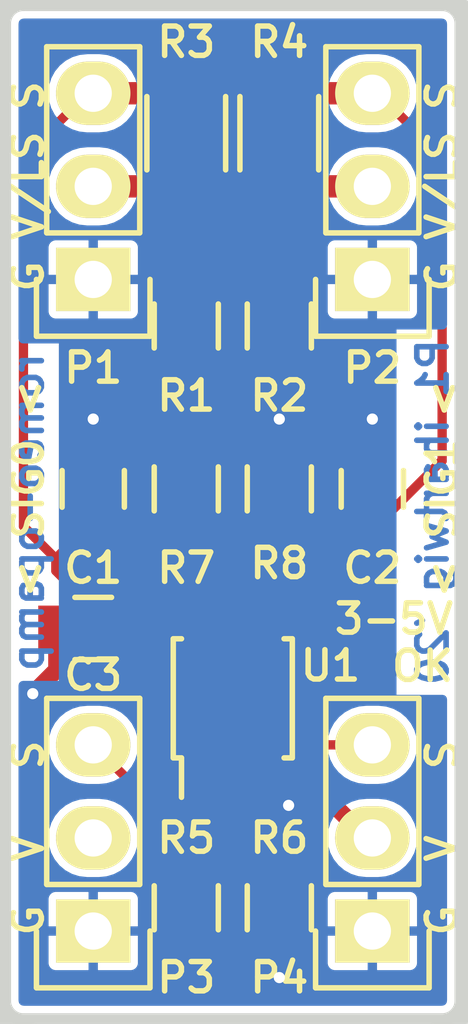
<source format=kicad_pcb>
(kicad_pcb (version 4) (host pcbnew 4.0.2-stable)

  (general
    (links 32)
    (no_connects 1)
    (area 141.943199 93.683199 155.236801 122.216801)
    (thickness 1.6)
    (drawings 25)
    (tracks 88)
    (zones 0)
    (modules 16)
    (nets 11)
  )

  (page A4)
  (title_block
    (title romeo-opamp)
    (date 2020-04-10)
    (rev P1)
    (comment 1 "Ian Hartwig")
  )

  (layers
    (0 F.Cu signal)
    (31 B.Cu signal)
    (32 B.Adhes user)
    (33 F.Adhes user)
    (34 B.Paste user)
    (35 F.Paste user)
    (36 B.SilkS user)
    (37 F.SilkS user)
    (38 B.Mask user)
    (39 F.Mask user)
    (40 Dwgs.User user)
    (41 Cmts.User user)
    (42 Eco1.User user hide)
    (43 Eco2.User user)
    (44 Edge.Cuts user hide)
    (45 Margin user)
    (46 B.CrtYd user hide)
    (47 F.CrtYd user)
    (48 B.Fab user)
    (49 F.Fab user hide)
  )

  (setup
    (last_trace_width 0.254)
    (user_trace_width 0.2032)
    (user_trace_width 0.254)
    (user_trace_width 0.3048)
    (user_trace_width 0.4572)
    (user_trace_width 0.6096)
    (trace_clearance 0.1524)
    (zone_clearance 0.2032)
    (zone_45_only no)
    (trace_min 0.2032)
    (segment_width 0.01)
    (edge_width 0.5936)
    (via_size 0.6096)
    (via_drill 0.3048)
    (via_min_size 0.6096)
    (via_min_drill 0.3048)
    (uvia_size 0.3)
    (uvia_drill 0.1)
    (uvias_allowed no)
    (uvia_min_size 0.2)
    (uvia_min_drill 0.1)
    (pcb_text_width 0.3)
    (pcb_text_size 1.5 1.5)
    (mod_edge_width 0.15)
    (mod_text_size 0.8 0.8)
    (mod_text_width 0.15)
    (pad_size 1.524 1.524)
    (pad_drill 0.762)
    (pad_to_mask_clearance 0.051)
    (solder_mask_min_width 0.077)
    (aux_axis_origin 142.24 121.92)
    (visible_elements FFFFFF7F)
    (pcbplotparams
      (layerselection 0x308fc_80000001)
      (usegerberextensions false)
      (excludeedgelayer true)
      (linewidth 0.100000)
      (plotframeref false)
      (viasonmask false)
      (mode 1)
      (useauxorigin true)
      (hpglpennumber 1)
      (hpglpenspeed 20)
      (hpglpendiameter 15)
      (hpglpenoverlay 2)
      (psnegative false)
      (psa4output false)
      (plotreference true)
      (plotvalue true)
      (plotinvisibletext false)
      (padsonsilk false)
      (subtractmaskfromsilk false)
      (outputformat 1)
      (mirror false)
      (drillshape 0)
      (scaleselection 1)
      (outputdirectory gerber))
  )

  (net 0 "")
  (net 1 /SIG0_PWR)
  (net 2 GND)
  (net 3 /SIG1_PWR)
  (net 4 /SIG0_IN)
  (net 5 /SIG1_IN)
  (net 6 +5V)
  (net 7 /SIG0_OUT)
  (net 8 /SIG1_OUT)
  (net 9 /SIG0_FB)
  (net 10 /SIG1_FB)

  (net_class Default "This is the default net class."
    (clearance 0.1524)
    (trace_width 0.254)
    (via_dia 0.6096)
    (via_drill 0.3048)
    (uvia_dia 0.3)
    (uvia_drill 0.1)
    (add_net +5V)
    (add_net /SIG0_FB)
    (add_net /SIG0_IN)
    (add_net /SIG0_OUT)
    (add_net /SIG0_PWR)
    (add_net /SIG1_FB)
    (add_net /SIG1_IN)
    (add_net /SIG1_OUT)
    (add_net /SIG1_PWR)
    (add_net GND)
  )

  (module Capacitors_SMD:C_0805 (layer F.Cu) (tedit 5415D6EA) (tstamp 5E90FAEF)
    (at 144.78 107.315 90)
    (descr "Capacitor SMD 0805, reflow soldering, AVX (see smccp.pdf)")
    (tags "capacitor 0805")
    (path /5E90EE99)
    (attr smd)
    (fp_text reference C1 (at -2.159 0 180) (layer F.SilkS)
      (effects (font (size 0.8 0.8) (thickness 0.15)))
    )
    (fp_text value dnp (at 0 2.1 90) (layer F.Fab)
      (effects (font (size 1 1) (thickness 0.15)))
    )
    (fp_line (start -1.8 -1) (end 1.8 -1) (layer F.CrtYd) (width 0.05))
    (fp_line (start -1.8 1) (end 1.8 1) (layer F.CrtYd) (width 0.05))
    (fp_line (start -1.8 -1) (end -1.8 1) (layer F.CrtYd) (width 0.05))
    (fp_line (start 1.8 -1) (end 1.8 1) (layer F.CrtYd) (width 0.05))
    (fp_line (start 0.5 -0.85) (end -0.5 -0.85) (layer F.SilkS) (width 0.15))
    (fp_line (start -0.5 0.85) (end 0.5 0.85) (layer F.SilkS) (width 0.15))
    (pad 1 smd rect (at -1 0 90) (size 1 1.25) (layers F.Cu F.Paste F.Mask)
      (net 4 /SIG0_IN))
    (pad 2 smd rect (at 1 0 90) (size 1 1.25) (layers F.Cu F.Paste F.Mask)
      (net 2 GND))
    (model Capacitors_SMD.3dshapes/C_0805.wrl
      (at (xyz 0 0 0))
      (scale (xyz 1 1 1))
      (rotate (xyz 0 0 0))
    )
  )

  (module Capacitors_SMD:C_0805 (layer F.Cu) (tedit 5415D6EA) (tstamp 5E90FAFB)
    (at 152.4 107.315 90)
    (descr "Capacitor SMD 0805, reflow soldering, AVX (see smccp.pdf)")
    (tags "capacitor 0805")
    (path /5E90FB2D)
    (attr smd)
    (fp_text reference C2 (at -2.159 0 180) (layer F.SilkS)
      (effects (font (size 0.8 0.8) (thickness 0.15)))
    )
    (fp_text value dnp (at 0 2.1 90) (layer F.Fab)
      (effects (font (size 1 1) (thickness 0.15)))
    )
    (fp_line (start -1.8 -1) (end 1.8 -1) (layer F.CrtYd) (width 0.05))
    (fp_line (start -1.8 1) (end 1.8 1) (layer F.CrtYd) (width 0.05))
    (fp_line (start -1.8 -1) (end -1.8 1) (layer F.CrtYd) (width 0.05))
    (fp_line (start 1.8 -1) (end 1.8 1) (layer F.CrtYd) (width 0.05))
    (fp_line (start 0.5 -0.85) (end -0.5 -0.85) (layer F.SilkS) (width 0.15))
    (fp_line (start -0.5 0.85) (end 0.5 0.85) (layer F.SilkS) (width 0.15))
    (pad 1 smd rect (at -1 0 90) (size 1 1.25) (layers F.Cu F.Paste F.Mask)
      (net 5 /SIG1_IN))
    (pad 2 smd rect (at 1 0 90) (size 1 1.25) (layers F.Cu F.Paste F.Mask)
      (net 2 GND))
    (model Capacitors_SMD.3dshapes/C_0805.wrl
      (at (xyz 0 0 0))
      (scale (xyz 1 1 1))
      (rotate (xyz 0 0 0))
    )
  )

  (module Pin_Headers:Pin_Header_Straight_1x03 (layer F.Cu) (tedit 0) (tstamp 5E90FB0D)
    (at 144.78 101.6 180)
    (descr "Through hole pin header")
    (tags "pin header")
    (path /5E90E25B)
    (fp_text reference P1 (at 0 -2.413 180) (layer F.SilkS)
      (effects (font (size 0.8 0.8) (thickness 0.15)))
    )
    (fp_text value CONN_01X03 (at 0 -3.1 180) (layer F.Fab)
      (effects (font (size 1 1) (thickness 0.15)))
    )
    (fp_line (start -1.75 -1.75) (end -1.75 6.85) (layer F.CrtYd) (width 0.05))
    (fp_line (start 1.75 -1.75) (end 1.75 6.85) (layer F.CrtYd) (width 0.05))
    (fp_line (start -1.75 -1.75) (end 1.75 -1.75) (layer F.CrtYd) (width 0.05))
    (fp_line (start -1.75 6.85) (end 1.75 6.85) (layer F.CrtYd) (width 0.05))
    (fp_line (start -1.27 1.27) (end -1.27 6.35) (layer F.SilkS) (width 0.15))
    (fp_line (start -1.27 6.35) (end 1.27 6.35) (layer F.SilkS) (width 0.15))
    (fp_line (start 1.27 6.35) (end 1.27 1.27) (layer F.SilkS) (width 0.15))
    (fp_line (start 1.55 -1.55) (end 1.55 0) (layer F.SilkS) (width 0.15))
    (fp_line (start 1.27 1.27) (end -1.27 1.27) (layer F.SilkS) (width 0.15))
    (fp_line (start -1.55 0) (end -1.55 -1.55) (layer F.SilkS) (width 0.15))
    (fp_line (start -1.55 -1.55) (end 1.55 -1.55) (layer F.SilkS) (width 0.15))
    (pad 1 thru_hole rect (at 0 0 180) (size 2.032 1.7272) (drill 1.016) (layers *.Cu *.Mask F.SilkS)
      (net 2 GND))
    (pad 2 thru_hole oval (at 0 2.54 180) (size 2.032 1.7272) (drill 1.016) (layers *.Cu *.Mask F.SilkS)
      (net 1 /SIG0_PWR))
    (pad 3 thru_hole oval (at 0 5.08 180) (size 2.032 1.7272) (drill 1.016) (layers *.Cu *.Mask F.SilkS)
      (net 4 /SIG0_IN))
    (model Pin_Headers.3dshapes/Pin_Header_Straight_1x03.wrl
      (at (xyz 0 -0.1 0))
      (scale (xyz 1 1 1))
      (rotate (xyz 0 0 90))
    )
  )

  (module Pin_Headers:Pin_Header_Straight_1x03 (layer F.Cu) (tedit 0) (tstamp 5E90FB1F)
    (at 152.4 101.6 180)
    (descr "Through hole pin header")
    (tags "pin header")
    (path /5E90E296)
    (fp_text reference P2 (at 0 -2.413 180) (layer F.SilkS)
      (effects (font (size 0.8 0.8) (thickness 0.15)))
    )
    (fp_text value CONN_01X03 (at 0 -3.1 180) (layer F.Fab)
      (effects (font (size 1 1) (thickness 0.15)))
    )
    (fp_line (start -1.75 -1.75) (end -1.75 6.85) (layer F.CrtYd) (width 0.05))
    (fp_line (start 1.75 -1.75) (end 1.75 6.85) (layer F.CrtYd) (width 0.05))
    (fp_line (start -1.75 -1.75) (end 1.75 -1.75) (layer F.CrtYd) (width 0.05))
    (fp_line (start -1.75 6.85) (end 1.75 6.85) (layer F.CrtYd) (width 0.05))
    (fp_line (start -1.27 1.27) (end -1.27 6.35) (layer F.SilkS) (width 0.15))
    (fp_line (start -1.27 6.35) (end 1.27 6.35) (layer F.SilkS) (width 0.15))
    (fp_line (start 1.27 6.35) (end 1.27 1.27) (layer F.SilkS) (width 0.15))
    (fp_line (start 1.55 -1.55) (end 1.55 0) (layer F.SilkS) (width 0.15))
    (fp_line (start 1.27 1.27) (end -1.27 1.27) (layer F.SilkS) (width 0.15))
    (fp_line (start -1.55 0) (end -1.55 -1.55) (layer F.SilkS) (width 0.15))
    (fp_line (start -1.55 -1.55) (end 1.55 -1.55) (layer F.SilkS) (width 0.15))
    (pad 1 thru_hole rect (at 0 0 180) (size 2.032 1.7272) (drill 1.016) (layers *.Cu *.Mask F.SilkS)
      (net 2 GND))
    (pad 2 thru_hole oval (at 0 2.54 180) (size 2.032 1.7272) (drill 1.016) (layers *.Cu *.Mask F.SilkS)
      (net 3 /SIG1_PWR))
    (pad 3 thru_hole oval (at 0 5.08 180) (size 2.032 1.7272) (drill 1.016) (layers *.Cu *.Mask F.SilkS)
      (net 5 /SIG1_IN))
    (model Pin_Headers.3dshapes/Pin_Header_Straight_1x03.wrl
      (at (xyz 0 -0.1 0))
      (scale (xyz 1 1 1))
      (rotate (xyz 0 0 90))
    )
  )

  (module Pin_Headers:Pin_Header_Straight_1x03 (layer F.Cu) (tedit 5E91054D) (tstamp 5E90FB31)
    (at 144.78 119.38 180)
    (descr "Through hole pin header")
    (tags "pin header")
    (path /5E90E2B7)
    (fp_text reference P3 (at -2.54 -1.27 180) (layer F.SilkS)
      (effects (font (size 0.8 0.8) (thickness 0.15)))
    )
    (fp_text value CONN_01X03 (at 0 -3.1 180) (layer F.Fab)
      (effects (font (size 1 1) (thickness 0.15)))
    )
    (fp_line (start -1.75 -1.75) (end -1.75 6.85) (layer F.CrtYd) (width 0.05))
    (fp_line (start 1.75 -1.75) (end 1.75 6.85) (layer F.CrtYd) (width 0.05))
    (fp_line (start -1.75 -1.75) (end 1.75 -1.75) (layer F.CrtYd) (width 0.05))
    (fp_line (start -1.75 6.85) (end 1.75 6.85) (layer F.CrtYd) (width 0.05))
    (fp_line (start -1.27 1.27) (end -1.27 6.35) (layer F.SilkS) (width 0.15))
    (fp_line (start -1.27 6.35) (end 1.27 6.35) (layer F.SilkS) (width 0.15))
    (fp_line (start 1.27 6.35) (end 1.27 1.27) (layer F.SilkS) (width 0.15))
    (fp_line (start 1.55 -1.55) (end 1.55 0) (layer F.SilkS) (width 0.15))
    (fp_line (start 1.27 1.27) (end -1.27 1.27) (layer F.SilkS) (width 0.15))
    (fp_line (start -1.55 0) (end -1.55 -1.55) (layer F.SilkS) (width 0.15))
    (fp_line (start -1.55 -1.55) (end 1.55 -1.55) (layer F.SilkS) (width 0.15))
    (pad 1 thru_hole rect (at 0 0 180) (size 2.032 1.7272) (drill 1.016) (layers *.Cu *.Mask F.SilkS)
      (net 2 GND))
    (pad 2 thru_hole oval (at 0 2.54 180) (size 2.032 1.7272) (drill 1.016) (layers *.Cu *.Mask F.SilkS)
      (net 6 +5V))
    (pad 3 thru_hole oval (at 0 5.08 180) (size 2.032 1.7272) (drill 1.016) (layers *.Cu *.Mask F.SilkS)
      (net 7 /SIG0_OUT))
    (model Pin_Headers.3dshapes/Pin_Header_Straight_1x03.wrl
      (at (xyz 0 -0.1 0))
      (scale (xyz 1 1 1))
      (rotate (xyz 0 0 90))
    )
  )

  (module Pin_Headers:Pin_Header_Straight_1x03 (layer F.Cu) (tedit 0) (tstamp 5E90FB43)
    (at 152.4 119.38 180)
    (descr "Through hole pin header")
    (tags "pin header")
    (path /5E90E2EB)
    (fp_text reference P4 (at 2.54 -1.27 180) (layer F.SilkS)
      (effects (font (size 0.8 0.8) (thickness 0.15)))
    )
    (fp_text value CONN_01X03 (at 0 -3.1 180) (layer F.Fab)
      (effects (font (size 1 1) (thickness 0.15)))
    )
    (fp_line (start -1.75 -1.75) (end -1.75 6.85) (layer F.CrtYd) (width 0.05))
    (fp_line (start 1.75 -1.75) (end 1.75 6.85) (layer F.CrtYd) (width 0.05))
    (fp_line (start -1.75 -1.75) (end 1.75 -1.75) (layer F.CrtYd) (width 0.05))
    (fp_line (start -1.75 6.85) (end 1.75 6.85) (layer F.CrtYd) (width 0.05))
    (fp_line (start -1.27 1.27) (end -1.27 6.35) (layer F.SilkS) (width 0.15))
    (fp_line (start -1.27 6.35) (end 1.27 6.35) (layer F.SilkS) (width 0.15))
    (fp_line (start 1.27 6.35) (end 1.27 1.27) (layer F.SilkS) (width 0.15))
    (fp_line (start 1.55 -1.55) (end 1.55 0) (layer F.SilkS) (width 0.15))
    (fp_line (start 1.27 1.27) (end -1.27 1.27) (layer F.SilkS) (width 0.15))
    (fp_line (start -1.55 0) (end -1.55 -1.55) (layer F.SilkS) (width 0.15))
    (fp_line (start -1.55 -1.55) (end 1.55 -1.55) (layer F.SilkS) (width 0.15))
    (pad 1 thru_hole rect (at 0 0 180) (size 2.032 1.7272) (drill 1.016) (layers *.Cu *.Mask F.SilkS)
      (net 2 GND))
    (pad 2 thru_hole oval (at 0 2.54 180) (size 2.032 1.7272) (drill 1.016) (layers *.Cu *.Mask F.SilkS)
      (net 6 +5V))
    (pad 3 thru_hole oval (at 0 5.08 180) (size 2.032 1.7272) (drill 1.016) (layers *.Cu *.Mask F.SilkS)
      (net 8 /SIG1_OUT))
    (model Pin_Headers.3dshapes/Pin_Header_Straight_1x03.wrl
      (at (xyz 0 -0.1 0))
      (scale (xyz 1 1 1))
      (rotate (xyz 0 0 90))
    )
  )

  (module Resistors_SMD:R_0805 (layer F.Cu) (tedit 5415CDEB) (tstamp 5E90FB4F)
    (at 147.32 102.87 90)
    (descr "Resistor SMD 0805, reflow soldering, Vishay (see dcrcw.pdf)")
    (tags "resistor 0805")
    (path /5E90EF21)
    (attr smd)
    (fp_text reference R1 (at -1.905 0 180) (layer F.SilkS)
      (effects (font (size 0.8 0.8) (thickness 0.15)))
    )
    (fp_text value dnp_0 (at 0 2.1 90) (layer F.Fab)
      (effects (font (size 1 1) (thickness 0.15)))
    )
    (fp_line (start -1.6 -1) (end 1.6 -1) (layer F.CrtYd) (width 0.05))
    (fp_line (start -1.6 1) (end 1.6 1) (layer F.CrtYd) (width 0.05))
    (fp_line (start -1.6 -1) (end -1.6 1) (layer F.CrtYd) (width 0.05))
    (fp_line (start 1.6 -1) (end 1.6 1) (layer F.CrtYd) (width 0.05))
    (fp_line (start 0.6 0.875) (end -0.6 0.875) (layer F.SilkS) (width 0.15))
    (fp_line (start -0.6 -0.875) (end 0.6 -0.875) (layer F.SilkS) (width 0.15))
    (pad 1 smd rect (at -0.95 0 90) (size 0.7 1.3) (layers F.Cu F.Paste F.Mask)
      (net 6 +5V))
    (pad 2 smd rect (at 0.95 0 90) (size 0.7 1.3) (layers F.Cu F.Paste F.Mask)
      (net 1 /SIG0_PWR))
    (model Resistors_SMD.3dshapes/R_0805.wrl
      (at (xyz 0 0 0))
      (scale (xyz 1 1 1))
      (rotate (xyz 0 0 0))
    )
  )

  (module Resistors_SMD:R_0805 (layer F.Cu) (tedit 5415CDEB) (tstamp 5E90FB5B)
    (at 149.86 102.87 90)
    (descr "Resistor SMD 0805, reflow soldering, Vishay (see dcrcw.pdf)")
    (tags "resistor 0805")
    (path /5E90FB33)
    (attr smd)
    (fp_text reference R2 (at -1.905 0 180) (layer F.SilkS)
      (effects (font (size 0.8 0.8) (thickness 0.15)))
    )
    (fp_text value dnp_0 (at 0 2.1 90) (layer F.Fab)
      (effects (font (size 1 1) (thickness 0.15)))
    )
    (fp_line (start -1.6 -1) (end 1.6 -1) (layer F.CrtYd) (width 0.05))
    (fp_line (start -1.6 1) (end 1.6 1) (layer F.CrtYd) (width 0.05))
    (fp_line (start -1.6 -1) (end -1.6 1) (layer F.CrtYd) (width 0.05))
    (fp_line (start 1.6 -1) (end 1.6 1) (layer F.CrtYd) (width 0.05))
    (fp_line (start 0.6 0.875) (end -0.6 0.875) (layer F.SilkS) (width 0.15))
    (fp_line (start -0.6 -0.875) (end 0.6 -0.875) (layer F.SilkS) (width 0.15))
    (pad 1 smd rect (at -0.95 0 90) (size 0.7 1.3) (layers F.Cu F.Paste F.Mask)
      (net 6 +5V))
    (pad 2 smd rect (at 0.95 0 90) (size 0.7 1.3) (layers F.Cu F.Paste F.Mask)
      (net 3 /SIG1_PWR))
    (model Resistors_SMD.3dshapes/R_0805.wrl
      (at (xyz 0 0 0))
      (scale (xyz 1 1 1))
      (rotate (xyz 0 0 0))
    )
  )

  (module Resistors_SMD:R_1206 (layer F.Cu) (tedit 5415CFA7) (tstamp 5E90FB67)
    (at 147.32 97.61 270)
    (descr "Resistor SMD 1206, reflow soldering, Vishay (see dcrcw.pdf)")
    (tags "resistor 1206")
    (path /5E90E326)
    (attr smd)
    (fp_text reference R3 (at -2.487 0 360) (layer F.SilkS)
      (effects (font (size 0.8 0.8) (thickness 0.15)))
    )
    (fp_text value 0R15 (at 0 2.3 270) (layer F.Fab)
      (effects (font (size 1 1) (thickness 0.15)))
    )
    (fp_line (start -2.2 -1.2) (end 2.2 -1.2) (layer F.CrtYd) (width 0.05))
    (fp_line (start -2.2 1.2) (end 2.2 1.2) (layer F.CrtYd) (width 0.05))
    (fp_line (start -2.2 -1.2) (end -2.2 1.2) (layer F.CrtYd) (width 0.05))
    (fp_line (start 2.2 -1.2) (end 2.2 1.2) (layer F.CrtYd) (width 0.05))
    (fp_line (start 1 1.075) (end -1 1.075) (layer F.SilkS) (width 0.15))
    (fp_line (start -1 -1.075) (end 1 -1.075) (layer F.SilkS) (width 0.15))
    (pad 1 smd rect (at -1.45 0 270) (size 0.9 1.7) (layers F.Cu F.Paste F.Mask)
      (net 4 /SIG0_IN))
    (pad 2 smd rect (at 1.45 0 270) (size 0.9 1.7) (layers F.Cu F.Paste F.Mask)
      (net 1 /SIG0_PWR))
    (model Resistors_SMD.3dshapes/R_1206.wrl
      (at (xyz 0 0 0))
      (scale (xyz 1 1 1))
      (rotate (xyz 0 0 0))
    )
  )

  (module Resistors_SMD:R_1206 (layer F.Cu) (tedit 5415CFA7) (tstamp 5E90FB73)
    (at 149.86 97.61 270)
    (descr "Resistor SMD 1206, reflow soldering, Vishay (see dcrcw.pdf)")
    (tags "resistor 1206")
    (path /5E90FB00)
    (attr smd)
    (fp_text reference R4 (at -2.487 0 360) (layer F.SilkS)
      (effects (font (size 0.8 0.8) (thickness 0.15)))
    )
    (fp_text value 0R15 (at 0 2.3 270) (layer F.Fab)
      (effects (font (size 1 1) (thickness 0.15)))
    )
    (fp_line (start -2.2 -1.2) (end 2.2 -1.2) (layer F.CrtYd) (width 0.05))
    (fp_line (start -2.2 1.2) (end 2.2 1.2) (layer F.CrtYd) (width 0.05))
    (fp_line (start -2.2 -1.2) (end -2.2 1.2) (layer F.CrtYd) (width 0.05))
    (fp_line (start 2.2 -1.2) (end 2.2 1.2) (layer F.CrtYd) (width 0.05))
    (fp_line (start 1 1.075) (end -1 1.075) (layer F.SilkS) (width 0.15))
    (fp_line (start -1 -1.075) (end 1 -1.075) (layer F.SilkS) (width 0.15))
    (pad 1 smd rect (at -1.45 0 270) (size 0.9 1.7) (layers F.Cu F.Paste F.Mask)
      (net 5 /SIG1_IN))
    (pad 2 smd rect (at 1.45 0 270) (size 0.9 1.7) (layers F.Cu F.Paste F.Mask)
      (net 3 /SIG1_PWR))
    (model Resistors_SMD.3dshapes/R_1206.wrl
      (at (xyz 0 0 0))
      (scale (xyz 1 1 1))
      (rotate (xyz 0 0 0))
    )
  )

  (module Resistors_SMD:R_0805 (layer F.Cu) (tedit 5415CDEB) (tstamp 5E90FB7F)
    (at 147.32 118.745 90)
    (descr "Resistor SMD 0805, reflow soldering, Vishay (see dcrcw.pdf)")
    (tags "resistor 0805")
    (path /5E90E9AF)
    (attr smd)
    (fp_text reference R5 (at 1.905 0 180) (layer F.SilkS)
      (effects (font (size 0.8 0.8) (thickness 0.15)))
    )
    (fp_text value 10k (at 0 2.1 90) (layer F.Fab)
      (effects (font (size 1 1) (thickness 0.15)))
    )
    (fp_line (start -1.6 -1) (end 1.6 -1) (layer F.CrtYd) (width 0.05))
    (fp_line (start -1.6 1) (end 1.6 1) (layer F.CrtYd) (width 0.05))
    (fp_line (start -1.6 -1) (end -1.6 1) (layer F.CrtYd) (width 0.05))
    (fp_line (start 1.6 -1) (end 1.6 1) (layer F.CrtYd) (width 0.05))
    (fp_line (start 0.6 0.875) (end -0.6 0.875) (layer F.SilkS) (width 0.15))
    (fp_line (start -0.6 -0.875) (end 0.6 -0.875) (layer F.SilkS) (width 0.15))
    (pad 1 smd rect (at -0.95 0 90) (size 0.7 1.3) (layers F.Cu F.Paste F.Mask)
      (net 7 /SIG0_OUT))
    (pad 2 smd rect (at 0.95 0 90) (size 0.7 1.3) (layers F.Cu F.Paste F.Mask)
      (net 9 /SIG0_FB))
    (model Resistors_SMD.3dshapes/R_0805.wrl
      (at (xyz 0 0 0))
      (scale (xyz 1 1 1))
      (rotate (xyz 0 0 0))
    )
  )

  (module Resistors_SMD:R_0805 (layer F.Cu) (tedit 5415CDEB) (tstamp 5E90FB8B)
    (at 149.86 118.745 270)
    (descr "Resistor SMD 0805, reflow soldering, Vishay (see dcrcw.pdf)")
    (tags "resistor 0805")
    (path /5E90E9F8)
    (attr smd)
    (fp_text reference R6 (at -1.905 0 360) (layer F.SilkS)
      (effects (font (size 0.8 0.8) (thickness 0.15)))
    )
    (fp_text value 1k (at 0 2.1 270) (layer F.Fab)
      (effects (font (size 1 1) (thickness 0.15)))
    )
    (fp_line (start -1.6 -1) (end 1.6 -1) (layer F.CrtYd) (width 0.05))
    (fp_line (start -1.6 1) (end 1.6 1) (layer F.CrtYd) (width 0.05))
    (fp_line (start -1.6 -1) (end -1.6 1) (layer F.CrtYd) (width 0.05))
    (fp_line (start 1.6 -1) (end 1.6 1) (layer F.CrtYd) (width 0.05))
    (fp_line (start 0.6 0.875) (end -0.6 0.875) (layer F.SilkS) (width 0.15))
    (fp_line (start -0.6 -0.875) (end 0.6 -0.875) (layer F.SilkS) (width 0.15))
    (pad 1 smd rect (at -0.95 0 270) (size 0.7 1.3) (layers F.Cu F.Paste F.Mask)
      (net 9 /SIG0_FB))
    (pad 2 smd rect (at 0.95 0 270) (size 0.7 1.3) (layers F.Cu F.Paste F.Mask)
      (net 2 GND))
    (model Resistors_SMD.3dshapes/R_0805.wrl
      (at (xyz 0 0 0))
      (scale (xyz 1 1 1))
      (rotate (xyz 0 0 0))
    )
  )

  (module Resistors_SMD:R_0805 (layer F.Cu) (tedit 5415CDEB) (tstamp 5E90FB97)
    (at 147.32 107.315 270)
    (descr "Resistor SMD 0805, reflow soldering, Vishay (see dcrcw.pdf)")
    (tags "resistor 0805")
    (path /5E90FB06)
    (attr smd)
    (fp_text reference R7 (at 2.159 0 360) (layer F.SilkS)
      (effects (font (size 0.8 0.8) (thickness 0.15)))
    )
    (fp_text value 10k (at 0 2.1 270) (layer F.Fab)
      (effects (font (size 1 1) (thickness 0.15)))
    )
    (fp_line (start -1.6 -1) (end 1.6 -1) (layer F.CrtYd) (width 0.05))
    (fp_line (start -1.6 1) (end 1.6 1) (layer F.CrtYd) (width 0.05))
    (fp_line (start -1.6 -1) (end -1.6 1) (layer F.CrtYd) (width 0.05))
    (fp_line (start 1.6 -1) (end 1.6 1) (layer F.CrtYd) (width 0.05))
    (fp_line (start 0.6 0.875) (end -0.6 0.875) (layer F.SilkS) (width 0.15))
    (fp_line (start -0.6 -0.875) (end 0.6 -0.875) (layer F.SilkS) (width 0.15))
    (pad 1 smd rect (at -0.95 0 270) (size 0.7 1.3) (layers F.Cu F.Paste F.Mask)
      (net 8 /SIG1_OUT))
    (pad 2 smd rect (at 0.95 0 270) (size 0.7 1.3) (layers F.Cu F.Paste F.Mask)
      (net 10 /SIG1_FB))
    (model Resistors_SMD.3dshapes/R_0805.wrl
      (at (xyz 0 0 0))
      (scale (xyz 1 1 1))
      (rotate (xyz 0 0 0))
    )
  )

  (module Resistors_SMD:R_0805 (layer F.Cu) (tedit 5415CDEB) (tstamp 5E90FBA3)
    (at 149.86 107.315 90)
    (descr "Resistor SMD 0805, reflow soldering, Vishay (see dcrcw.pdf)")
    (tags "resistor 0805")
    (path /5E90FB0C)
    (attr smd)
    (fp_text reference R8 (at -2.032 0 180) (layer F.SilkS)
      (effects (font (size 0.8 0.8) (thickness 0.15)))
    )
    (fp_text value 1k (at 0 2.1 90) (layer F.Fab)
      (effects (font (size 1 1) (thickness 0.15)))
    )
    (fp_line (start -1.6 -1) (end 1.6 -1) (layer F.CrtYd) (width 0.05))
    (fp_line (start -1.6 1) (end 1.6 1) (layer F.CrtYd) (width 0.05))
    (fp_line (start -1.6 -1) (end -1.6 1) (layer F.CrtYd) (width 0.05))
    (fp_line (start 1.6 -1) (end 1.6 1) (layer F.CrtYd) (width 0.05))
    (fp_line (start 0.6 0.875) (end -0.6 0.875) (layer F.SilkS) (width 0.15))
    (fp_line (start -0.6 -0.875) (end 0.6 -0.875) (layer F.SilkS) (width 0.15))
    (pad 1 smd rect (at -0.95 0 90) (size 0.7 1.3) (layers F.Cu F.Paste F.Mask)
      (net 10 /SIG1_FB))
    (pad 2 smd rect (at 0.95 0 90) (size 0.7 1.3) (layers F.Cu F.Paste F.Mask)
      (net 2 GND))
    (model Resistors_SMD.3dshapes/R_0805.wrl
      (at (xyz 0 0 0))
      (scale (xyz 1 1 1))
      (rotate (xyz 0 0 0))
    )
  )

  (module Housings_SSOP:TSSOP-8_3x3mm_Pitch0.65mm (layer F.Cu) (tedit 5E912D44) (tstamp 5E90FBBA)
    (at 148.59 113.03 90)
    (descr "TSSOP8: plastic thin shrink small outline package; 8 leads; body width 3 mm; (see NXP SSOP-TSSOP-VSO-REFLOW.pdf and sot505-1_po.pdf)")
    (tags "SSOP 0.65")
    (path /5E90E657)
    (attr smd)
    (fp_text reference U1 (at 0.889 2.667 180) (layer F.SilkS)
      (effects (font (size 0.8 0.8) (thickness 0.15)))
    )
    (fp_text value LMV358-N (at 0 2.55 90) (layer F.Fab)
      (effects (font (size 1 1) (thickness 0.15)))
    )
    (fp_line (start -2.95 -1.8) (end -2.95 1.8) (layer F.CrtYd) (width 0.05))
    (fp_line (start 2.95 -1.8) (end 2.95 1.8) (layer F.CrtYd) (width 0.05))
    (fp_line (start -2.95 -1.8) (end 2.95 -1.8) (layer F.CrtYd) (width 0.05))
    (fp_line (start -2.95 1.8) (end 2.95 1.8) (layer F.CrtYd) (width 0.05))
    (fp_line (start -1.625 -1.625) (end -1.625 -1.4) (layer F.SilkS) (width 0.15))
    (fp_line (start 1.625 -1.625) (end 1.625 -1.4) (layer F.SilkS) (width 0.15))
    (fp_line (start 1.625 1.625) (end 1.625 1.4) (layer F.SilkS) (width 0.15))
    (fp_line (start -1.625 1.625) (end -1.625 1.4) (layer F.SilkS) (width 0.15))
    (fp_line (start -1.625 -1.625) (end 1.625 -1.625) (layer F.SilkS) (width 0.15))
    (fp_line (start -1.625 1.625) (end 1.625 1.625) (layer F.SilkS) (width 0.15))
    (fp_line (start -1.625 -1.4) (end -2.7 -1.4) (layer F.SilkS) (width 0.15))
    (pad 1 smd rect (at -2.15 -0.975 90) (size 1.1 0.4) (layers F.Cu F.Paste F.Mask)
      (net 7 /SIG0_OUT))
    (pad 2 smd rect (at -2.15 -0.325 90) (size 1.1 0.4) (layers F.Cu F.Paste F.Mask)
      (net 9 /SIG0_FB))
    (pad 3 smd rect (at -2.15 0.325 90) (size 1.1 0.4) (layers F.Cu F.Paste F.Mask)
      (net 4 /SIG0_IN))
    (pad 4 smd rect (at -2.15 0.975 90) (size 1.1 0.4) (layers F.Cu F.Paste F.Mask)
      (net 2 GND))
    (pad 5 smd rect (at 2.15 0.975 90) (size 1.1 0.4) (layers F.Cu F.Paste F.Mask)
      (net 5 /SIG1_IN))
    (pad 6 smd rect (at 2.15 0.325 90) (size 1.1 0.4) (layers F.Cu F.Paste F.Mask)
      (net 10 /SIG1_FB))
    (pad 7 smd rect (at 2.15 -0.325 90) (size 1.1 0.4) (layers F.Cu F.Paste F.Mask)
      (net 8 /SIG1_OUT))
    (pad 8 smd rect (at 2.15 -0.975 90) (size 1.1 0.4) (layers F.Cu F.Paste F.Mask)
      (net 6 +5V))
    (model Housings_SSOP.3dshapes/TSSOP-8_3x3mm_Pitch0.65mm.wrl
      (at (xyz 0 0 0))
      (scale (xyz 1 1 1))
      (rotate (xyz 0 0 0))
    )
  )

  (module Capacitors_SMD:C_0805 (layer F.Cu) (tedit 5E91286C) (tstamp 5E916824)
    (at 144.78 111.125 180)
    (descr "Capacitor SMD 0805, reflow soldering, AVX (see smccp.pdf)")
    (tags "capacitor 0805")
    (path /5E9125BE)
    (attr smd)
    (fp_text reference C3 (at 0 -1.27 180) (layer F.SilkS)
      (effects (font (size 0.8 0.8) (thickness 0.15)))
    )
    (fp_text value 0.1uF (at 0 2.1 180) (layer F.Fab)
      (effects (font (size 1 1) (thickness 0.15)))
    )
    (fp_line (start -1.8 -1) (end 1.8 -1) (layer F.CrtYd) (width 0.05))
    (fp_line (start -1.8 1) (end 1.8 1) (layer F.CrtYd) (width 0.05))
    (fp_line (start -1.8 -1) (end -1.8 1) (layer F.CrtYd) (width 0.05))
    (fp_line (start 1.8 -1) (end 1.8 1) (layer F.CrtYd) (width 0.05))
    (fp_line (start 0.5 -0.85) (end -0.5 -0.85) (layer F.SilkS) (width 0.15))
    (fp_line (start -0.5 0.85) (end 0.5 0.85) (layer F.SilkS) (width 0.15))
    (pad 1 smd rect (at -1 0 180) (size 1 1.25) (layers F.Cu F.Paste F.Mask)
      (net 6 +5V))
    (pad 2 smd rect (at 1 0 180) (size 1 1.25) (layers F.Cu F.Paste F.Mask)
      (net 2 GND))
    (model Capacitors_SMD.3dshapes/C_0805.wrl
      (at (xyz 0 0 0))
      (scale (xyz 1 1 1))
      (rotate (xyz 0 0 0))
    )
  )

  (gr_arc (start 154.305 121.285) (end 154.94 121.285) (angle 90) (layer Edge.Cuts) (width 0.5936))
  (gr_arc (start 142.875 121.285) (end 142.875 121.92) (angle 90) (layer Edge.Cuts) (width 0.5936))
  (gr_arc (start 142.875 94.615) (end 142.24 94.615) (angle 90) (layer Edge.Cuts) (width 0.5936))
  (gr_arc (start 154.305 94.615) (end 154.305 93.98) (angle 90) (layer Edge.Cuts) (width 0.5936))
  (gr_arc (start 154.305 121.285) (end 154.94 121.285) (angle 90) (layer Eco2.User) (width 0.01))
  (gr_arc (start 142.875 121.285) (end 142.875 121.92) (angle 90) (layer Eco2.User) (width 0.01))
  (gr_arc (start 154.305 94.615) (end 154.305 93.98) (angle 90) (layer Eco2.User) (width 0.01))
  (gr_arc (start 142.875 94.615) (end 142.24 94.615) (angle 90) (layer Eco2.User) (width 0.01))
  (gr_text "3-5V\nOK" (at 154.686 111.506) (layer F.SilkS) (tstamp 5E916888)
    (effects (font (size 0.8 0.8) (thickness 0.15)) (justify right))
  )
  (gr_text romeo-opamp (at 143.002 107.95 90) (layer B.Cu)
    (effects (font (size 0.8 0.8) (thickness 0.1524)) (justify mirror))
  )
  (gr_text "G V/LS S" (at 154.305 99.06 90) (layer F.SilkS) (tstamp 5E91681A)
    (effects (font (size 0.8 0.8) (thickness 0.15)))
  )
  (gr_text "G V/LS S" (at 143.002 99.06 90) (layer F.SilkS) (tstamp 5E91680E)
    (effects (font (size 0.8 0.8) (thickness 0.15)))
  )
  (gr_text "G  V   S" (at 154.305 116.84 90) (layer F.SilkS) (tstamp 5E9167EF)
    (effects (font (size 0.8 0.8) (thickness 0.15)))
  )
  (gr_text "G  V   S" (at 143.002 116.84 90) (layer F.SilkS) (tstamp 5E9167E3)
    (effects (font (size 0.8 0.8) (thickness 0.15)))
  )
  (gr_text "P1 ihartwig '20" (at 154.051 107.95 90) (layer B.Cu) (tstamp 5E9167D5)
    (effects (font (size 0.8 0.8) (thickness 0.1524)) (justify mirror))
  )
  (gr_text "< SIG1 <" (at 154.305 107.315 90) (layer F.SilkS) (tstamp 5E9167C0)
    (effects (font (size 0.8 0.8) (thickness 0.15)))
  )
  (gr_text "< SIG0 <" (at 143.002 107.315 90) (layer F.SilkS)
    (effects (font (size 0.8 0.8) (thickness 0.15)))
  )
  (gr_line (start 154.305 93.98) (end 142.875 93.98) (layer Edge.Cuts) (width 0.5936))
  (gr_line (start 154.94 121.285) (end 154.94 94.615) (layer Edge.Cuts) (width 0.5936))
  (gr_line (start 142.875 121.92) (end 154.305 121.92) (layer Edge.Cuts) (width 0.5936))
  (gr_line (start 142.24 94.615) (end 142.24 121.285) (layer Edge.Cuts) (width 0.5936))
  (gr_line (start 154.305 93.98) (end 142.875 93.98) (layer Eco2.User) (width 0.01))
  (gr_line (start 154.94 121.285) (end 154.94 94.615) (layer Eco2.User) (width 0.01))
  (gr_line (start 142.875 121.92) (end 154.305 121.92) (layer Eco2.User) (width 0.01))
  (gr_line (start 142.24 94.615) (end 142.24 121.285) (layer Eco2.User) (width 0.01))

  (segment (start 147.32 99.06) (end 147.32 101.92) (width 0.6096) (layer F.Cu) (net 1))
  (segment (start 144.78 99.06) (end 147.32 99.06) (width 0.6096) (layer F.Cu) (net 1))
  (segment (start 143.78 111.125) (end 143.78 112.252) (width 0.4572) (layer F.Cu) (net 2))
  (segment (start 143.78 112.252) (end 143.129 112.903) (width 0.4572) (layer F.Cu) (net 2))
  (via (at 143.129 112.903) (size 0.6096) (drill 0.3048) (layers F.Cu B.Cu) (net 2))
  (segment (start 149.565 115.18) (end 149.565 115.402) (width 0.254) (layer F.Cu) (net 2))
  (segment (start 149.565 115.402) (end 150.114 115.951) (width 0.254) (layer F.Cu) (net 2))
  (via (at 150.114 115.951) (size 0.6096) (drill 0.3048) (layers F.Cu B.Cu) (net 2))
  (segment (start 149.86 119.695) (end 149.86 120.65) (width 0.254) (layer F.Cu) (net 2))
  (via (at 149.86 120.65) (size 0.6096) (drill 0.3048) (layers F.Cu B.Cu) (net 2))
  (segment (start 149.86 106.365) (end 149.86 105.41) (width 0.254) (layer F.Cu) (net 2))
  (via (at 149.86 105.41) (size 0.6096) (drill 0.3048) (layers F.Cu B.Cu) (net 2))
  (segment (start 152.4 106.315) (end 152.4 105.41) (width 0.254) (layer F.Cu) (net 2))
  (via (at 152.4 105.41) (size 0.6096) (drill 0.3048) (layers F.Cu B.Cu) (net 2))
  (segment (start 144.78 106.315) (end 144.78 105.41) (width 0.254) (layer F.Cu) (net 2))
  (via (at 144.78 105.41) (size 0.6096) (drill 0.3048) (layers F.Cu B.Cu) (net 2))
  (segment (start 149.86 99.06) (end 152.4 99.06) (width 0.6096) (layer F.Cu) (net 3))
  (segment (start 149.86 101.92) (end 149.86 99.06) (width 0.6096) (layer F.Cu) (net 3))
  (segment (start 148.915 115.18) (end 148.915 114.376) (width 0.254) (layer F.Cu) (net 4))
  (segment (start 147.44201 112.90301) (end 145.930088 112.90301) (width 0.254) (layer F.Cu) (net 4))
  (segment (start 145.930088 112.90301) (end 144.78 111.752922) (width 0.254) (layer F.Cu) (net 4))
  (segment (start 144.78 111.752922) (end 144.78 110.573436) (width 0.254) (layer F.Cu) (net 4))
  (segment (start 148.915 114.376) (end 147.44201 112.90301) (width 0.254) (layer F.Cu) (net 4))
  (segment (start 144.78 110.573436) (end 143.759 109.552436) (width 0.254) (layer F.Cu) (net 4))
  (segment (start 143.759 109.552436) (end 143.759 109.22) (width 0.254) (layer F.Cu) (net 4))
  (segment (start 143.759 109.22) (end 142.875 108.336) (width 0.254) (layer F.Cu) (net 4))
  (segment (start 143.759 109.211) (end 143.759 109.22) (width 0.254) (layer F.Cu) (net 4))
  (segment (start 144.78 108.315) (end 144.655 108.315) (width 0.254) (layer F.Cu) (net 4))
  (segment (start 144.655 108.315) (end 143.759 109.211) (width 0.254) (layer F.Cu) (net 4))
  (segment (start 142.875 108.336) (end 142.875 98.2726) (width 0.254) (layer F.Cu) (net 4))
  (segment (start 144.6276 96.52) (end 144.78 96.52) (width 0.254) (layer F.Cu) (net 4))
  (segment (start 142.875 98.2726) (end 144.6276 96.52) (width 0.254) (layer F.Cu) (net 4))
  (segment (start 144.78 96.52) (end 146.96 96.52) (width 0.6096) (layer F.Cu) (net 4))
  (segment (start 146.96 96.52) (end 147.32 96.16) (width 0.6096) (layer F.Cu) (net 4))
  (segment (start 150.494 109.601) (end 150.989 109.601) (width 0.254) (layer F.Cu) (net 5))
  (segment (start 150.989 109.601) (end 152.275 108.315) (width 0.254) (layer F.Cu) (net 5))
  (segment (start 152.275 108.315) (end 152.4 108.315) (width 0.254) (layer F.Cu) (net 5))
  (segment (start 149.565 110.53) (end 150.494 109.601) (width 0.254) (layer F.Cu) (net 5))
  (segment (start 154.305 106.553) (end 154.305 98.2726) (width 0.254) (layer F.Cu) (net 5))
  (segment (start 152.4 108.315) (end 152.525 108.315) (width 0.254) (layer F.Cu) (net 5))
  (segment (start 154.287 106.553) (end 154.305 106.553) (width 0.254) (layer F.Cu) (net 5))
  (segment (start 152.525 108.315) (end 154.287 106.553) (width 0.254) (layer F.Cu) (net 5))
  (segment (start 149.565 110.88) (end 149.565 110.53) (width 0.254) (layer F.Cu) (net 5))
  (segment (start 154.305 98.2726) (end 152.5524 96.52) (width 0.254) (layer F.Cu) (net 5))
  (segment (start 152.5524 96.52) (end 152.4 96.52) (width 0.254) (layer F.Cu) (net 5))
  (segment (start 152.4 96.52) (end 150.22 96.52) (width 0.6096) (layer F.Cu) (net 5))
  (segment (start 150.22 96.52) (end 149.86 96.16) (width 0.6096) (layer F.Cu) (net 5))
  (segment (start 147.615 110.15) (end 147.405212 109.940212) (width 0.4572) (layer F.Cu) (net 6))
  (segment (start 147.405212 109.940212) (end 145.882588 109.940212) (width 0.4572) (layer F.Cu) (net 6))
  (segment (start 147.615 110.88) (end 147.615 110.15) (width 0.4572) (layer F.Cu) (net 6))
  (segment (start 145.78 111.125) (end 145.78 110.0428) (width 0.4572) (layer F.Cu) (net 6))
  (segment (start 145.78 110.0428) (end 145.882588 109.940212) (width 0.4572) (layer F.Cu) (net 6))
  (segment (start 145.882588 109.940212) (end 145.882588 109.804788) (width 0.4572) (layer F.Cu) (net 6))
  (segment (start 147.32 103.82) (end 149.86 103.82) (width 0.4572) (layer F.Cu) (net 6))
  (segment (start 147.615 110.88) (end 147.615 111.8872) (width 0.4572) (layer F.Cu) (net 6))
  (segment (start 147.615 111.8872) (end 150.9268 115.199) (width 0.4572) (layer F.Cu) (net 6))
  (segment (start 150.9268 115.199) (end 150.9268 115.5192) (width 0.4572) (layer F.Cu) (net 6))
  (segment (start 150.9268 115.5192) (end 152.2476 116.84) (width 0.4572) (layer F.Cu) (net 6))
  (segment (start 152.2476 116.84) (end 152.4 116.84) (width 0.4572) (layer F.Cu) (net 6))
  (segment (start 147.32 103.82) (end 145.882588 105.257412) (width 0.4572) (layer F.Cu) (net 6))
  (segment (start 145.882588 105.257412) (end 145.882588 109.804788) (width 0.4572) (layer F.Cu) (net 6))
  (segment (start 147.615 115.18) (end 145.66 115.18) (width 0.254) (layer F.Cu) (net 7))
  (segment (start 145.66 115.18) (end 144.78 114.3) (width 0.254) (layer F.Cu) (net 7))
  (segment (start 147.32 119.695) (end 147.02 119.695) (width 0.254) (layer F.Cu) (net 7))
  (segment (start 147.615 115.984) (end 147.615 115.18) (width 0.254) (layer F.Cu) (net 7))
  (segment (start 147.02 119.695) (end 146.390599 119.065599) (width 0.254) (layer F.Cu) (net 7))
  (segment (start 146.390599 119.065599) (end 146.390599 117.208401) (width 0.254) (layer F.Cu) (net 7))
  (segment (start 146.390599 117.208401) (end 147.615 115.984) (width 0.254) (layer F.Cu) (net 7))
  (segment (start 148.265 111.435) (end 148.265 110.88) (width 0.254) (layer F.Cu) (net 8))
  (segment (start 151.13 114.3) (end 148.265 111.435) (width 0.254) (layer F.Cu) (net 8))
  (segment (start 152.4 114.3) (end 151.13 114.3) (width 0.254) (layer F.Cu) (net 8))
  (segment (start 147.409 109.22) (end 146.772078 109.22) (width 0.254) (layer F.Cu) (net 8))
  (segment (start 146.772078 109.22) (end 146.390599 108.838521) (width 0.254) (layer F.Cu) (net 8))
  (segment (start 146.390599 108.838521) (end 146.390599 106.994401) (width 0.254) (layer F.Cu) (net 8))
  (segment (start 146.390599 106.994401) (end 147.02 106.365) (width 0.254) (layer F.Cu) (net 8))
  (segment (start 147.02 106.365) (end 147.32 106.365) (width 0.254) (layer F.Cu) (net 8))
  (segment (start 148.265 110.88) (end 148.265 110.076) (width 0.254) (layer F.Cu) (net 8))
  (segment (start 148.265 110.076) (end 147.409 109.22) (width 0.254) (layer F.Cu) (net 8))
  (segment (start 149.86 117.795) (end 147.32 117.795) (width 0.254) (layer F.Cu) (net 9))
  (segment (start 147.32 117.795) (end 147.32 117.191) (width 0.254) (layer F.Cu) (net 9))
  (segment (start 147.32 117.191) (end 148.265 116.246) (width 0.254) (layer F.Cu) (net 9))
  (segment (start 148.265 116.246) (end 148.265 115.984) (width 0.254) (layer F.Cu) (net 9))
  (segment (start 148.265 115.984) (end 148.265 115.18) (width 0.254) (layer F.Cu) (net 9))
  (segment (start 147.32 108.265) (end 149.86 108.265) (width 0.254) (layer F.Cu) (net 10))
  (segment (start 149.86 108.265) (end 149.86 108.869) (width 0.254) (layer F.Cu) (net 10))
  (segment (start 149.86 108.869) (end 148.915 109.814) (width 0.254) (layer F.Cu) (net 10))
  (segment (start 148.915 109.814) (end 148.915 110.076) (width 0.254) (layer F.Cu) (net 10))
  (segment (start 148.915 110.076) (end 148.915 110.88) (width 0.254) (layer F.Cu) (net 10))

  (zone (net 2) (net_name GND) (layer B.Cu) (tstamp 0) (hatch edge 0.508)
    (connect_pads (clearance 0.2032))
    (min_thickness 0.254)
    (fill yes (arc_segments 32) (thermal_gap 0.2032) (thermal_bridge_width 0.255))
    (polygon
      (pts
        (xy 142.24 93.98) (xy 142.24 121.92) (xy 154.94 121.92) (xy 154.94 93.98)
      )
    )
    (filled_polygon
      (pts
        (xy 154.305972 94.610102) (xy 154.306902 94.610383) (xy 154.307762 94.61084) (xy 154.30852 94.611458) (xy 154.309138 94.612205)
        (xy 154.309602 94.613064) (xy 154.309891 94.613998) (xy 154.313 94.643573) (xy 154.313 102.838837) (xy 152.9322 102.838837)
        (xy 152.9322 113.061162) (xy 154.313 113.061162) (xy 154.313 121.254334) (xy 154.309898 121.285972) (xy 154.309618 121.2869)
        (xy 154.309159 121.287763) (xy 154.308542 121.28852) (xy 154.307795 121.289138) (xy 154.306936 121.289602) (xy 154.306002 121.289891)
        (xy 154.276427 121.293) (xy 142.905666 121.293) (xy 142.874028 121.289898) (xy 142.8731 121.289618) (xy 142.872237 121.289159)
        (xy 142.87148 121.288542) (xy 142.870862 121.287795) (xy 142.870398 121.286936) (xy 142.870109 121.286002) (xy 142.867 121.256427)
        (xy 142.867 119.46305) (xy 143.4338 119.46305) (xy 143.4338 120.276122) (xy 143.446489 120.339916) (xy 143.47138 120.400008)
        (xy 143.507517 120.45409) (xy 143.55351 120.500083) (xy 143.607592 120.536219) (xy 143.667684 120.561111) (xy 143.731478 120.5738)
        (xy 144.69695 120.5738) (xy 144.7795 120.49125) (xy 144.7795 119.3805) (xy 144.7805 119.3805) (xy 144.7805 120.49125)
        (xy 144.86305 120.5738) (xy 145.828522 120.5738) (xy 145.892316 120.561111) (xy 145.952408 120.536219) (xy 146.00649 120.500083)
        (xy 146.052483 120.45409) (xy 146.08862 120.400008) (xy 146.113511 120.339916) (xy 146.1262 120.276122) (xy 146.1262 119.46305)
        (xy 151.0538 119.46305) (xy 151.0538 120.276122) (xy 151.066489 120.339916) (xy 151.09138 120.400008) (xy 151.127517 120.45409)
        (xy 151.17351 120.500083) (xy 151.227592 120.536219) (xy 151.287684 120.561111) (xy 151.351478 120.5738) (xy 152.31695 120.5738)
        (xy 152.3995 120.49125) (xy 152.3995 119.3805) (xy 152.4005 119.3805) (xy 152.4005 120.49125) (xy 152.48305 120.5738)
        (xy 153.448522 120.5738) (xy 153.512316 120.561111) (xy 153.572408 120.536219) (xy 153.62649 120.500083) (xy 153.672483 120.45409)
        (xy 153.70862 120.400008) (xy 153.733511 120.339916) (xy 153.7462 120.276122) (xy 153.7462 119.46305) (xy 153.66365 119.3805)
        (xy 152.4005 119.3805) (xy 152.3995 119.3805) (xy 151.13635 119.3805) (xy 151.0538 119.46305) (xy 146.1262 119.46305)
        (xy 146.04365 119.3805) (xy 144.7805 119.3805) (xy 144.7795 119.3805) (xy 143.51635 119.3805) (xy 143.4338 119.46305)
        (xy 142.867 119.46305) (xy 142.867 118.483878) (xy 143.4338 118.483878) (xy 143.4338 119.29695) (xy 143.51635 119.3795)
        (xy 144.7795 119.3795) (xy 144.7795 118.26875) (xy 144.7805 118.26875) (xy 144.7805 119.3795) (xy 146.04365 119.3795)
        (xy 146.1262 119.29695) (xy 146.1262 118.483878) (xy 151.0538 118.483878) (xy 151.0538 119.29695) (xy 151.13635 119.3795)
        (xy 152.3995 119.3795) (xy 152.3995 118.26875) (xy 152.4005 118.26875) (xy 152.4005 119.3795) (xy 153.66365 119.3795)
        (xy 153.7462 119.29695) (xy 153.7462 118.483878) (xy 153.733511 118.420084) (xy 153.70862 118.359992) (xy 153.672483 118.30591)
        (xy 153.62649 118.259917) (xy 153.572408 118.223781) (xy 153.512316 118.198889) (xy 153.448522 118.1862) (xy 152.48305 118.1862)
        (xy 152.4005 118.26875) (xy 152.3995 118.26875) (xy 152.31695 118.1862) (xy 151.351478 118.1862) (xy 151.287684 118.198889)
        (xy 151.227592 118.223781) (xy 151.17351 118.259917) (xy 151.127517 118.30591) (xy 151.09138 118.359992) (xy 151.066489 118.420084)
        (xy 151.0538 118.483878) (xy 146.1262 118.483878) (xy 146.113511 118.420084) (xy 146.08862 118.359992) (xy 146.052483 118.30591)
        (xy 146.00649 118.259917) (xy 145.952408 118.223781) (xy 145.892316 118.198889) (xy 145.828522 118.1862) (xy 144.86305 118.1862)
        (xy 144.7805 118.26875) (xy 144.7795 118.26875) (xy 144.69695 118.1862) (xy 143.731478 118.1862) (xy 143.667684 118.198889)
        (xy 143.607592 118.223781) (xy 143.55351 118.259917) (xy 143.507517 118.30591) (xy 143.47138 118.359992) (xy 143.446489 118.420084)
        (xy 143.4338 118.483878) (xy 142.867 118.483878) (xy 142.867 116.831666) (xy 143.427315 116.831666) (xy 143.448431 117.063696)
        (xy 143.514214 117.287205) (xy 143.622157 117.493681) (xy 143.768149 117.675258) (xy 143.946628 117.82502) (xy 144.150798 117.937264)
        (xy 144.372881 118.007713) (xy 144.604418 118.033684) (xy 144.621086 118.0338) (xy 144.938914 118.0338) (xy 145.170791 118.011064)
        (xy 145.393836 117.943723) (xy 145.599553 117.834341) (xy 145.780106 117.687086) (xy 145.928619 117.507564) (xy 146.039434 117.302616)
        (xy 146.108331 117.080047) (xy 146.132685 116.848334) (xy 146.131169 116.831666) (xy 151.047315 116.831666) (xy 151.068431 117.063696)
        (xy 151.134214 117.287205) (xy 151.242157 117.493681) (xy 151.388149 117.675258) (xy 151.566628 117.82502) (xy 151.770798 117.937264)
        (xy 151.992881 118.007713) (xy 152.224418 118.033684) (xy 152.241086 118.0338) (xy 152.558914 118.0338) (xy 152.790791 118.011064)
        (xy 153.013836 117.943723) (xy 153.219553 117.834341) (xy 153.400106 117.687086) (xy 153.548619 117.507564) (xy 153.659434 117.302616)
        (xy 153.728331 117.080047) (xy 153.752685 116.848334) (xy 153.731569 116.616304) (xy 153.665786 116.392795) (xy 153.557843 116.186319)
        (xy 153.411851 116.004742) (xy 153.233372 115.85498) (xy 153.029202 115.742736) (xy 152.807119 115.672287) (xy 152.575582 115.646316)
        (xy 152.558914 115.6462) (xy 152.241086 115.6462) (xy 152.009209 115.668936) (xy 151.786164 115.736277) (xy 151.580447 115.845659)
        (xy 151.399894 115.992914) (xy 151.251381 116.172436) (xy 151.140566 116.377384) (xy 151.071669 116.599953) (xy 151.047315 116.831666)
        (xy 146.131169 116.831666) (xy 146.111569 116.616304) (xy 146.045786 116.392795) (xy 145.937843 116.186319) (xy 145.791851 116.004742)
        (xy 145.613372 115.85498) (xy 145.409202 115.742736) (xy 145.187119 115.672287) (xy 144.955582 115.646316) (xy 144.938914 115.6462)
        (xy 144.621086 115.6462) (xy 144.389209 115.668936) (xy 144.166164 115.736277) (xy 143.960447 115.845659) (xy 143.779894 115.992914)
        (xy 143.631381 116.172436) (xy 143.520566 116.377384) (xy 143.451669 116.599953) (xy 143.427315 116.831666) (xy 142.867 116.831666)
        (xy 142.867 114.291666) (xy 143.427315 114.291666) (xy 143.448431 114.523696) (xy 143.514214 114.747205) (xy 143.622157 114.953681)
        (xy 143.768149 115.135258) (xy 143.946628 115.28502) (xy 144.150798 115.397264) (xy 144.372881 115.467713) (xy 144.604418 115.493684)
        (xy 144.621086 115.4938) (xy 144.938914 115.4938) (xy 145.170791 115.471064) (xy 145.393836 115.403723) (xy 145.599553 115.294341)
        (xy 145.780106 115.147086) (xy 145.928619 114.967564) (xy 146.039434 114.762616) (xy 146.108331 114.540047) (xy 146.132685 114.308334)
        (xy 146.131169 114.291666) (xy 151.047315 114.291666) (xy 151.068431 114.523696) (xy 151.134214 114.747205) (xy 151.242157 114.953681)
        (xy 151.388149 115.135258) (xy 151.566628 115.28502) (xy 151.770798 115.397264) (xy 151.992881 115.467713) (xy 152.224418 115.493684)
        (xy 152.241086 115.4938) (xy 152.558914 115.4938) (xy 152.790791 115.471064) (xy 153.013836 115.403723) (xy 153.219553 115.294341)
        (xy 153.400106 115.147086) (xy 153.548619 114.967564) (xy 153.659434 114.762616) (xy 153.728331 114.540047) (xy 153.752685 114.308334)
        (xy 153.731569 114.076304) (xy 153.665786 113.852795) (xy 153.557843 113.646319) (xy 153.411851 113.464742) (xy 153.233372 113.31498)
        (xy 153.029202 113.202736) (xy 152.807119 113.132287) (xy 152.575582 113.106316) (xy 152.558914 113.1062) (xy 152.241086 113.1062)
        (xy 152.009209 113.128936) (xy 151.786164 113.196277) (xy 151.580447 113.305659) (xy 151.399894 113.452914) (xy 151.251381 113.632436)
        (xy 151.140566 113.837384) (xy 151.071669 114.059953) (xy 151.047315 114.291666) (xy 146.131169 114.291666) (xy 146.111569 114.076304)
        (xy 146.045786 113.852795) (xy 145.937843 113.646319) (xy 145.791851 113.464742) (xy 145.613372 113.31498) (xy 145.409202 113.202736)
        (xy 145.187119 113.132287) (xy 144.955582 113.106316) (xy 144.938914 113.1062) (xy 144.621086 113.1062) (xy 144.389209 113.128936)
        (xy 144.166164 113.196277) (xy 143.960447 113.305659) (xy 143.779894 113.452914) (xy 143.631381 113.632436) (xy 143.520566 113.837384)
        (xy 143.451669 114.059953) (xy 143.427315 114.291666) (xy 142.867 114.291666) (xy 142.867 112.680211) (xy 143.9684 112.680211)
        (xy 143.9684 103.219789) (xy 142.867 103.219789) (xy 142.867 101.68305) (xy 143.4338 101.68305) (xy 143.4338 102.496122)
        (xy 143.446489 102.559916) (xy 143.47138 102.620008) (xy 143.507517 102.67409) (xy 143.55351 102.720083) (xy 143.607592 102.756219)
        (xy 143.667684 102.781111) (xy 143.731478 102.7938) (xy 144.69695 102.7938) (xy 144.7795 102.71125) (xy 144.7795 101.6005)
        (xy 144.7805 101.6005) (xy 144.7805 102.71125) (xy 144.86305 102.7938) (xy 145.828522 102.7938) (xy 145.892316 102.781111)
        (xy 145.952408 102.756219) (xy 146.00649 102.720083) (xy 146.052483 102.67409) (xy 146.08862 102.620008) (xy 146.113511 102.559916)
        (xy 146.1262 102.496122) (xy 146.1262 101.68305) (xy 151.0538 101.68305) (xy 151.0538 102.496122) (xy 151.066489 102.559916)
        (xy 151.09138 102.620008) (xy 151.127517 102.67409) (xy 151.17351 102.720083) (xy 151.227592 102.756219) (xy 151.287684 102.781111)
        (xy 151.351478 102.7938) (xy 152.31695 102.7938) (xy 152.3995 102.71125) (xy 152.3995 101.6005) (xy 152.4005 101.6005)
        (xy 152.4005 102.71125) (xy 152.48305 102.7938) (xy 153.448522 102.7938) (xy 153.512316 102.781111) (xy 153.572408 102.756219)
        (xy 153.62649 102.720083) (xy 153.672483 102.67409) (xy 153.70862 102.620008) (xy 153.733511 102.559916) (xy 153.7462 102.496122)
        (xy 153.7462 101.68305) (xy 153.66365 101.6005) (xy 152.4005 101.6005) (xy 152.3995 101.6005) (xy 151.13635 101.6005)
        (xy 151.0538 101.68305) (xy 146.1262 101.68305) (xy 146.04365 101.6005) (xy 144.7805 101.6005) (xy 144.7795 101.6005)
        (xy 143.51635 101.6005) (xy 143.4338 101.68305) (xy 142.867 101.68305) (xy 142.867 100.703878) (xy 143.4338 100.703878)
        (xy 143.4338 101.51695) (xy 143.51635 101.5995) (xy 144.7795 101.5995) (xy 144.7795 100.48875) (xy 144.7805 100.48875)
        (xy 144.7805 101.5995) (xy 146.04365 101.5995) (xy 146.1262 101.51695) (xy 146.1262 100.703878) (xy 151.0538 100.703878)
        (xy 151.0538 101.51695) (xy 151.13635 101.5995) (xy 152.3995 101.5995) (xy 152.3995 100.48875) (xy 152.4005 100.48875)
        (xy 152.4005 101.5995) (xy 153.66365 101.5995) (xy 153.7462 101.51695) (xy 153.7462 100.703878) (xy 153.733511 100.640084)
        (xy 153.70862 100.579992) (xy 153.672483 100.52591) (xy 153.62649 100.479917) (xy 153.572408 100.443781) (xy 153.512316 100.418889)
        (xy 153.448522 100.4062) (xy 152.48305 100.4062) (xy 152.4005 100.48875) (xy 152.3995 100.48875) (xy 152.31695 100.4062)
        (xy 151.351478 100.4062) (xy 151.287684 100.418889) (xy 151.227592 100.443781) (xy 151.17351 100.479917) (xy 151.127517 100.52591)
        (xy 151.09138 100.579992) (xy 151.066489 100.640084) (xy 151.0538 100.703878) (xy 146.1262 100.703878) (xy 146.113511 100.640084)
        (xy 146.08862 100.579992) (xy 146.052483 100.52591) (xy 146.00649 100.479917) (xy 145.952408 100.443781) (xy 145.892316 100.418889)
        (xy 145.828522 100.4062) (xy 144.86305 100.4062) (xy 144.7805 100.48875) (xy 144.7795 100.48875) (xy 144.69695 100.4062)
        (xy 143.731478 100.4062) (xy 143.667684 100.418889) (xy 143.607592 100.443781) (xy 143.55351 100.479917) (xy 143.507517 100.52591)
        (xy 143.47138 100.579992) (xy 143.446489 100.640084) (xy 143.4338 100.703878) (xy 142.867 100.703878) (xy 142.867 99.051666)
        (xy 143.427315 99.051666) (xy 143.448431 99.283696) (xy 143.514214 99.507205) (xy 143.622157 99.713681) (xy 143.768149 99.895258)
        (xy 143.946628 100.04502) (xy 144.150798 100.157264) (xy 144.372881 100.227713) (xy 144.604418 100.253684) (xy 144.621086 100.2538)
        (xy 144.938914 100.2538) (xy 145.170791 100.231064) (xy 145.393836 100.163723) (xy 145.599553 100.054341) (xy 145.780106 99.907086)
        (xy 145.928619 99.727564) (xy 146.039434 99.522616) (xy 146.108331 99.300047) (xy 146.132685 99.068334) (xy 146.131169 99.051666)
        (xy 151.047315 99.051666) (xy 151.068431 99.283696) (xy 151.134214 99.507205) (xy 151.242157 99.713681) (xy 151.388149 99.895258)
        (xy 151.566628 100.04502) (xy 151.770798 100.157264) (xy 151.992881 100.227713) (xy 152.224418 100.253684) (xy 152.241086 100.2538)
        (xy 152.558914 100.2538) (xy 152.790791 100.231064) (xy 153.013836 100.163723) (xy 153.219553 100.054341) (xy 153.400106 99.907086)
        (xy 153.548619 99.727564) (xy 153.659434 99.522616) (xy 153.728331 99.300047) (xy 153.752685 99.068334) (xy 153.731569 98.836304)
        (xy 153.665786 98.612795) (xy 153.557843 98.406319) (xy 153.411851 98.224742) (xy 153.233372 98.07498) (xy 153.029202 97.962736)
        (xy 152.807119 97.892287) (xy 152.575582 97.866316) (xy 152.558914 97.8662) (xy 152.241086 97.8662) (xy 152.009209 97.888936)
        (xy 151.786164 97.956277) (xy 151.580447 98.065659) (xy 151.399894 98.212914) (xy 151.251381 98.392436) (xy 151.140566 98.597384)
        (xy 151.071669 98.819953) (xy 151.047315 99.051666) (xy 146.131169 99.051666) (xy 146.111569 98.836304) (xy 146.045786 98.612795)
        (xy 145.937843 98.406319) (xy 145.791851 98.224742) (xy 145.613372 98.07498) (xy 145.409202 97.962736) (xy 145.187119 97.892287)
        (xy 144.955582 97.866316) (xy 144.938914 97.8662) (xy 144.621086 97.8662) (xy 144.389209 97.888936) (xy 144.166164 97.956277)
        (xy 143.960447 98.065659) (xy 143.779894 98.212914) (xy 143.631381 98.392436) (xy 143.520566 98.597384) (xy 143.451669 98.819953)
        (xy 143.427315 99.051666) (xy 142.867 99.051666) (xy 142.867 96.511666) (xy 143.427315 96.511666) (xy 143.448431 96.743696)
        (xy 143.514214 96.967205) (xy 143.622157 97.173681) (xy 143.768149 97.355258) (xy 143.946628 97.50502) (xy 144.150798 97.617264)
        (xy 144.372881 97.687713) (xy 144.604418 97.713684) (xy 144.621086 97.7138) (xy 144.938914 97.7138) (xy 145.170791 97.691064)
        (xy 145.393836 97.623723) (xy 145.599553 97.514341) (xy 145.780106 97.367086) (xy 145.928619 97.187564) (xy 146.039434 96.982616)
        (xy 146.108331 96.760047) (xy 146.132685 96.528334) (xy 146.131169 96.511666) (xy 151.047315 96.511666) (xy 151.068431 96.743696)
        (xy 151.134214 96.967205) (xy 151.242157 97.173681) (xy 151.388149 97.355258) (xy 151.566628 97.50502) (xy 151.770798 97.617264)
        (xy 151.992881 97.687713) (xy 152.224418 97.713684) (xy 152.241086 97.7138) (xy 152.558914 97.7138) (xy 152.790791 97.691064)
        (xy 153.013836 97.623723) (xy 153.219553 97.514341) (xy 153.400106 97.367086) (xy 153.548619 97.187564) (xy 153.659434 96.982616)
        (xy 153.728331 96.760047) (xy 153.752685 96.528334) (xy 153.731569 96.296304) (xy 153.665786 96.072795) (xy 153.557843 95.866319)
        (xy 153.411851 95.684742) (xy 153.233372 95.53498) (xy 153.029202 95.422736) (xy 152.807119 95.352287) (xy 152.575582 95.326316)
        (xy 152.558914 95.3262) (xy 152.241086 95.3262) (xy 152.009209 95.348936) (xy 151.786164 95.416277) (xy 151.580447 95.525659)
        (xy 151.399894 95.672914) (xy 151.251381 95.852436) (xy 151.140566 96.057384) (xy 151.071669 96.279953) (xy 151.047315 96.511666)
        (xy 146.131169 96.511666) (xy 146.111569 96.296304) (xy 146.045786 96.072795) (xy 145.937843 95.866319) (xy 145.791851 95.684742)
        (xy 145.613372 95.53498) (xy 145.409202 95.422736) (xy 145.187119 95.352287) (xy 144.955582 95.326316) (xy 144.938914 95.3262)
        (xy 144.621086 95.3262) (xy 144.389209 95.348936) (xy 144.166164 95.416277) (xy 143.960447 95.525659) (xy 143.779894 95.672914)
        (xy 143.631381 95.852436) (xy 143.520566 96.057384) (xy 143.451669 96.279953) (xy 143.427315 96.511666) (xy 142.867 96.511666)
        (xy 142.867 94.645666) (xy 142.870102 94.614028) (xy 142.870383 94.613098) (xy 142.87084 94.612238) (xy 142.871458 94.61148)
        (xy 142.872205 94.610862) (xy 142.873064 94.610398) (xy 142.873998 94.610109) (xy 142.903573 94.607) (xy 154.274334 94.607)
      )
    )
  )
)

</source>
